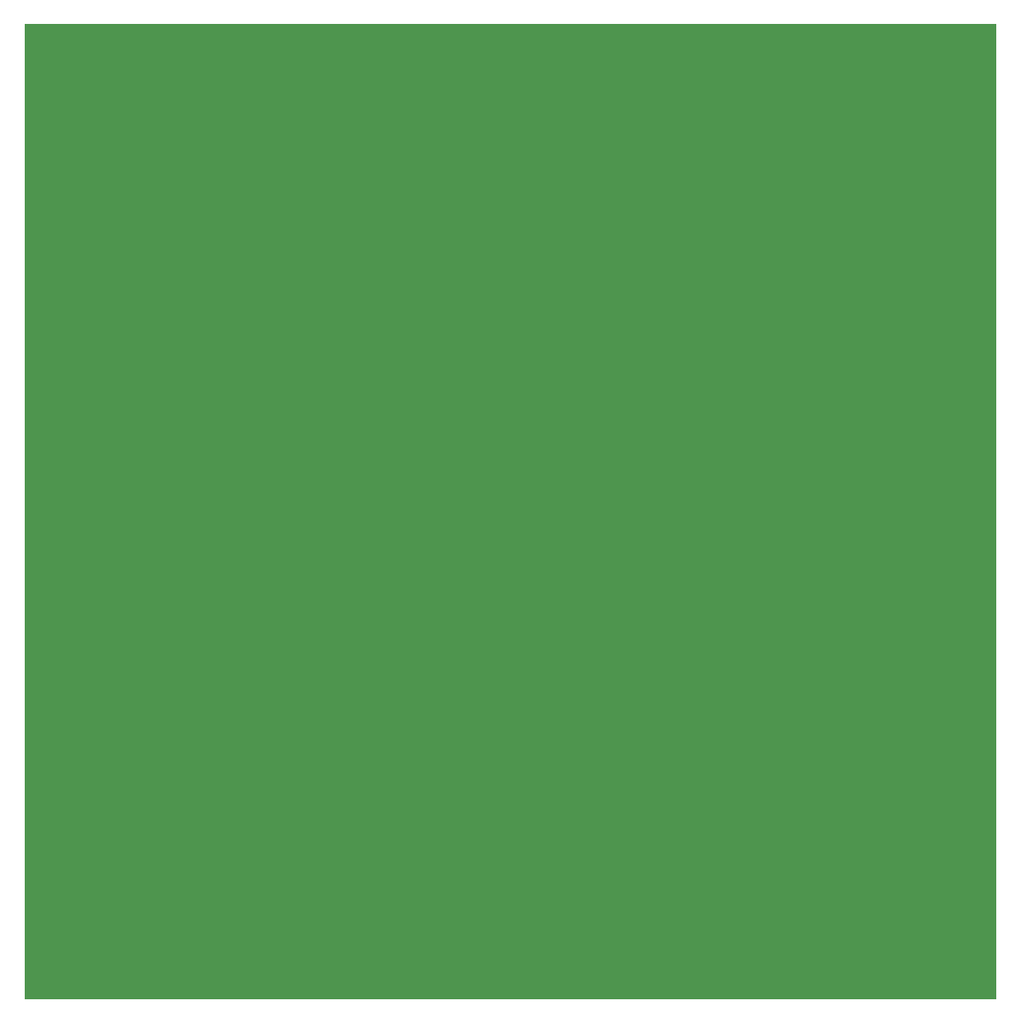
<source format=gbs>
G75*
%MOIN*%
%OFA0B0*%
%FSLAX24Y24*%
%IPPOS*%
%LPD*%
%AMOC8*
5,1,8,0,0,1.08239X$1,22.5*
%
%ADD10R,3.9300X3.9400*%
D10*
X019800Y019800D03*
M02*

</source>
